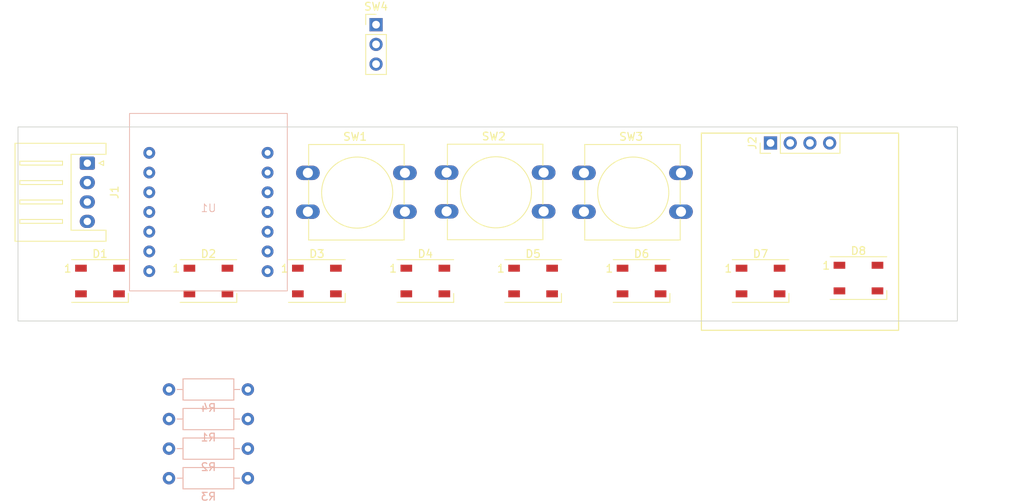
<source format=kicad_pcb>
(kicad_pcb (version 20221018) (generator pcbnew)
  (layers (0 "F.Cu" signal) (31 "B.Cu" signal) (34 "B.Paste" user) (35 "F.Paste" user) (36 "B.SilkS" user "B.Silkscreen") (37 "F.SilkS" user "F.Silkscreen") (38 "B.Mask" user) (39 "F.Mask" user) (44 "Edge.Cuts" user))
  (net 0 "")
  (net 1 "+5V")
  (net 2 "Net-(D1-DOUT)")
  (net 3 "GND")
  (net 4 "WS2812B")
  (net 5 "Net-(D2-DOUT)")
  (net 6 "Net-(D3-DOUT)")
  (net 7 "Net-(D4-DOUT)")
  (net 8 "Net-(D5-DOUT)")
  (net 9 "Net-(D6-DOUT)")
  (net 10 "Net-(D7-DOUT)")
  (net 12 "UART5_RX")
  (net 13 "UART5_TX")
  (net 14 "+3V3")
  (net 15 "I2C_SCL")
  (net 16 "I2C_SDA")
  (net 17 "SW1")
  (net 18 "SW2")
  (net 19 "SW3")
  (net 20 "SW")
  (footprint "LED_SMD:LED_WS2812B_PLCC4_5.0x5.0mm_P3.2mm" (layer "F.Cu") (at 63.5 69.85)
    (fp_text reference "D3" (at 0 -3.5) (layer "F.SilkS"))
    (fp_text value "WS2812B")
    (fp_text user "1" (at -4.15 -1.6) (layer "F.SilkS"))
    (fp_line (start -3.65 -2.75) (end 3.65 -2.75) (stroke (width 0.12)) (layer "F.SilkS"))
    (fp_line (start -3.65 2.75) (end 3.65 2.75) (stroke (width 0.12)) (layer "F.SilkS"))
    (fp_line (start 3.65 2.75) (end 3.65 1.6) (stroke (width 0.12)) (layer "F.SilkS"))
    (pad "1" smd rect (at -2.45 -1.65) (size 1.5 0.9) (layers "F.Cu" "F.Paste" "F.Mask") (net 1 "+5V"))
    (pad "2" smd rect (at -2.45 1.65) (size 1.5 0.9) (layers "F.Cu" "F.Paste" "F.Mask") (net 6 "Net-(D3-DOUT)"))
    (pad "3" smd rect (at 2.45 1.65) (size 1.5 0.9) (layers "F.Cu" "F.Paste" "F.Mask") (net 3 "GND"))
    (pad "4" smd rect (at 2.45 -1.65) (size 1.5 0.9) (layers "F.Cu" "F.Paste" "F.Mask") (net 5 "Net-(D2-DOUT)"))
  )
  (footprint "LED_SMD:LED_WS2812B_PLCC4_5.0x5.0mm_P3.2mm" (layer "F.Cu") (at 77.47 69.85)
    (fp_text reference "D4" (at 0 -3.5) (layer "F.SilkS"))
    (fp_text value "WS2812B")
    (fp_text user "1" (at -4.15 -1.6) (layer "F.SilkS"))
    (fp_line (start -3.65 -2.75) (end 3.65 -2.75) (stroke (width 0.12)) (layer "F.SilkS"))
    (fp_line (start -3.65 2.75) (end 3.65 2.75) (stroke (width 0.12)) (layer "F.SilkS"))
    (fp_line (start 3.65 2.75) (end 3.65 1.6) (stroke (width 0.12)) (layer "F.SilkS"))
    (pad "1" smd rect (at -2.45 -1.65) (size 1.5 0.9) (layers "F.Cu" "F.Paste" "F.Mask") (net 1 "+5V"))
    (pad "2" smd rect (at -2.45 1.65) (size 1.5 0.9) (layers "F.Cu" "F.Paste" "F.Mask") (net 7 "Net-(D4-DOUT)"))
    (pad "3" smd rect (at 2.45 1.65) (size 1.5 0.9) (layers "F.Cu" "F.Paste" "F.Mask") (net 3 "GND"))
    (pad "4" smd rect (at 2.45 -1.65) (size 1.5 0.9) (layers "F.Cu" "F.Paste" "F.Mask") (net 6 "Net-(D3-DOUT)"))
  )
  (footprint "LED_SMD:LED_WS2812B_PLCC4_5.0x5.0mm_P3.2mm" (layer "F.Cu") (at 133.26 69.47)
    (fp_text reference "D8" (at 0 -3.5) (layer "F.SilkS"))
    (fp_text value "WS2812B")
    (fp_text user "1" (at -4.15 -1.6) (layer "F.SilkS"))
    (fp_line (start -3.65 -2.75) (end 3.65 -2.75) (stroke (width 0.12)) (layer "F.SilkS"))
    (fp_line (start -3.65 2.75) (end 3.65 2.75) (stroke (width 0.12)) (layer "F.SilkS"))
    (fp_line (start 3.65 2.75) (end 3.65 1.6) (stroke (width 0.12)) (layer "F.SilkS"))
    (pad "1" smd rect (at -2.45 -1.65) (size 1.5 0.9) (layers "F.Cu" "F.Paste" "F.Mask") (net 1 "+5V"))
    (pad "2" smd rect (at -2.45 1.65) (size 1.5 0.9) (layers "F.Cu" "F.Paste" "F.Mask"))
    (pad "3" smd rect (at 2.45 1.65) (size 1.5 0.9) (layers "F.Cu" "F.Paste" "F.Mask") (net 3 "GND"))
    (pad "4" smd rect (at 2.45 -1.65) (size 1.5 0.9) (layers "F.Cu" "F.Paste" "F.Mask") (net 10 "Net-(D7-DOUT)"))
  )
  (footprint "Button_Switch_THT:SW_PUSH-12mm" (layer "F.Cu") (at 80.21 55.88)
    (fp_text reference "SW2" (at 6.08 -4.66) (layer "F.SilkS"))
    (fp_text value "SW_Push")
    (fp_line (start 0.1 -3.65) (end 12.4 -3.65) (stroke (width 0.12)) (layer "F.SilkS"))
    (fp_line (start 0.1 -0.93) (end 0.1 -3.65) (stroke (width 0.12)) (layer "F.SilkS"))
    (fp_line (start 0.1 4.07) (end 0.1 0.93) (stroke (width 0.12)) (layer "F.SilkS"))
    (fp_line (start 0.1 8.65) (end 0.1 5.93) (stroke (width 0.12)) (layer "F.SilkS"))
    (fp_line (start 12.4 -3.65) (end 12.4 -0.93) (stroke (width 0.12)) (layer "F.SilkS"))
    (fp_line (start 12.4 0.93) (end 12.4 4.07) (stroke (width 0.12)) (layer "F.SilkS"))
    (fp_line (start 12.4 5.93) (end 12.4 8.65) (stroke (width 0.12)) (layer "F.SilkS"))
    (fp_line (start 12.4 8.65) (end 0.1 8.65) (stroke (width 0.12)) (layer "F.SilkS"))
    (fp_circle (center 6.35 2.54) (end 10.16 5.08) (stroke (width 0.12)) (fill none) (layer "F.SilkS"))
    (pad "1" thru_hole oval (at 0 0) (size 3.048 1.85) (drill 1.3) (layers "*.Cu" "*.Mask") (net 18 "SW2"))
    (pad "1" thru_hole oval (at 12.5 0) (size 3.048 1.85) (drill 1.3) (layers "*.Cu" "*.Mask") (net 18 "SW2"))
    (pad "2" thru_hole oval (at 0 5) (size 3.048 1.85) (drill 1.3) (layers "*.Cu" "*.Mask") (net 3 "GND"))
    (pad "2" thru_hole oval (at 12.5 5) (size 3.048 1.85) (drill 1.3) (layers "*.Cu" "*.Mask") (net 3 "GND"))
  )
  (footprint "MountingHole:MountingHole_3.2mm_M3" (layer "F.Cu") (at 133.35 43.18)
    (fp_text reference "REF**" hide)
    (fp_text value "MountingHole_3.2mm_M3" hide)
    (pad "" np_thru_hole circle (at 0 0) (size 3.2 3.2) (drill 3.2) (layers "*.Cu" "*.Mask"))
  )
  (footprint "Connector_JST:JST_XH_S4B-XH-A_1x04_P2.50mm_Horizontal" (layer "F.Cu") (at 33.93 54.67 -90)
    (fp_text reference "J1" (at 3.75 -3.5 -90) (layer "F.SilkS"))
    (fp_text value "ToTop")
    (fp_line (start -2.56 -2.41) (end -1.14 -2.41) (stroke (width 0.12)) (layer "F.SilkS"))
    (fp_line (start -2.56 9.31) (end -2.56 -2.41) (stroke (width 0.12)) (layer "F.SilkS"))
    (fp_line (start -1.14 -2.41) (end -1.14 2.09) (stroke (width 0.12)) (layer "F.SilkS"))
    (fp_line (start -1.14 2.09) (end 3.75 2.09) (stroke (width 0.12)) (layer "F.SilkS"))
    (fp_line (start -0.3 -2.1) (end 0.3 -2.1) (stroke (width 0.12)) (layer "F.SilkS"))
    (fp_line (start -0.25 3.2) (end -0.25 8.7) (stroke (width 0.12)) (layer "F.SilkS"))
    (fp_line (start -0.25 8.7) (end 0.25 8.7) (stroke (width 0.12)) (layer "F.SilkS"))
    (fp_line (start 0 -1.5) (end -0.3 -2.1) (stroke (width 0.12)) (layer "F.SilkS"))
    (fp_line (start 0.25 3.2) (end -0.25 3.2) (stroke (width 0.12)) (layer "F.SilkS"))
    (fp_line (start 0.25 8.7) (end 0.25 3.2) (stroke (width 0.12)) (layer "F.SilkS"))
    (fp_line (start 0.3 -2.1) (end 0 -1.5) (stroke (width 0.12)) (layer "F.SilkS"))
    (fp_line (start 2.25 3.2) (end 2.25 8.7) (stroke (width 0.12)) (layer "F.SilkS"))
    (fp_line (start 2.25 8.7) (end 2.75 8.7) (stroke (width 0.12)) (layer "F.SilkS"))
    (fp_line (start 2.75 3.2) (end 2.25 3.2) (stroke (width 0.12)) (layer "F.SilkS"))
    (fp_line (start 2.75 8.7) (end 2.75 3.2) (stroke (width 0.12)) (layer "F.SilkS"))
    (fp_line (start 3.75 9.31) (end -2.56 9.31) (stroke (width 0.12)) (layer "F.SilkS"))
    (fp_line (start 3.75 9.31) (end 10.06 9.31) (stroke (width 0.12)) (layer "F.SilkS"))
    (fp_line (start 4.75 3.2) (end 4.75 8.7) (stroke (width 0.12)) (layer "F.SilkS"))
    (fp_line (start 4.75 8.7) (end 5.25 8.7) (stroke (width 0.12)) (layer "F.SilkS"))
    (fp_line (start 5.25 3.2) (end 4.75 3.2) (stroke (width 0.12)) (layer "F.SilkS"))
    (fp_line (start 5.25 8.7) (end 5.25 3.2) (stroke (width 0.12)) (layer "F.SilkS"))
    (fp_line (start 7.25 3.2) (end 7.25 8.7) (stroke (width 0.12)) (layer "F.SilkS"))
    (fp_line (start 7.25 8.7) (end 7.75 8.7) (stroke (width 0.12)) (layer "F.SilkS"))
    (fp_line (start 7.75 3.2) (end 7.25 3.2) (stroke (width 0.12)) (layer "F.SilkS"))
    (fp_line (start 7.75 8.7) (end 7.75 3.2) (stroke (width 0.12)) (layer "F.SilkS"))
    (fp_line (start 8.64 -2.41) (end 8.64 2.09) (stroke (width 0.12)) (layer "F.SilkS"))
    (fp_line (start 8.64 2.09) (end 3.75 2.09) (stroke (width 0.12)) (layer "F.SilkS"))
    (fp_line (start 10.06 -2.41) (end 8.64 -2.41) (stroke (width 0.12)) (layer "F.SilkS"))
    (fp_line (start 10.06 9.31) (end 10.06 -2.41) (stroke (width 0.12)) (layer "F.SilkS"))
    (pad "1" thru_hole roundrect (at 0 0 270) (size 1.7 1.95) (drill 0.95) (layers "*.Cu" "*.Mask") (roundrect_rratio 0.147059) (net 1 "+5V"))
    (pad "2" thru_hole oval (at 2.5 0 270) (size 1.7 1.95) (drill 0.95) (layers "*.Cu" "*.Mask") (net 12 "UART5_RX"))
    (pad "3" thru_hole oval (at 5 0 270) (size 1.7 1.95) (drill 0.95) (layers "*.Cu" "*.Mask") (net 13 "UART5_TX"))
    (pad "4" thru_hole oval (at 7.5 0 270) (size 1.7 1.95) (drill 0.95) (layers "*.Cu" "*.Mask") (net 3 "GND"))
  )
  (footprint "LED_SMD:LED_WS2812B_PLCC4_5.0x5.0mm_P3.2mm" (layer "F.Cu") (at 120.65 69.85)
    (fp_text reference "D7" (at 0 -3.5) (layer "F.SilkS"))
    (fp_text value "WS2812B")
    (fp_text user "1" (at -4.15 -1.6) (layer "F.SilkS"))
    (fp_line (start -3.65 -2.75) (end 3.65 -2.75) (stroke (width 0.12)) (layer "F.SilkS"))
    (fp_line (start -3.65 2.75) (end 3.65 2.75) (stroke (width 0.12)) (layer "F.SilkS"))
    (fp_line (start 3.65 2.75) (end 3.65 1.6) (stroke (width 0.12)) (layer "F.SilkS"))
    (pad "1" smd rect (at -2.45 -1.65) (size 1.5 0.9) (layers "F.Cu" "F.Paste" "F.Mask") (net 1 "+5V"))
    (pad "2" smd rect (at -2.45 1.65) (size 1.5 0.9) (layers "F.Cu" "F.Paste" "F.Mask") (net 10 "Net-(D7-DOUT)"))
    (pad "3" smd rect (at 2.45 1.65) (size 1.5 0.9) (layers "F.Cu" "F.Paste" "F.Mask") (net 3 "GND"))
    (pad "4" smd rect (at 2.45 -1.65) (size 1.5 0.9) (layers "F.Cu" "F.Paste" "F.Mask") (net 9 "Net-(D6-DOUT)"))
  )
  (footprint "Button_Switch_THT:SW_PUSH-12mm" (layer "F.Cu") (at 62.34 55.92)
    (fp_text reference "SW1" (at 6.08 -4.66) (layer "F.SilkS"))
    (fp_text value "SW_Push")
    (fp_line (start 0.1 -3.65) (end 12.4 -3.65) (stroke (width 0.12)) (layer "F.SilkS"))
    (fp_line (start 0.1 -0.93) (end 0.1 -3.65) (stroke (width 0.12)) (layer "F.SilkS"))
    (fp_line (start 0.1 4.07) (end 0.1 0.93) (stroke (width 0.12)) (layer "F.SilkS"))
    (fp_line (start 0.1 8.65) (end 0.1 5.93) (stroke (width 0.12)) (layer "F.SilkS"))
    (fp_line (start 12.4 -3.65) (end 12.4 -0.93) (stroke (width 0.12)) (layer "F.SilkS"))
    (fp_line (start 12.4 0.93) (end 12.4 4.07) (stroke (width 0.12)) (layer "F.SilkS"))
    (fp_line (start 12.4 5.93) (end 12.4 8.65) (stroke (width 0.12)) (layer "F.SilkS"))
    (fp_line (start 12.4 8.65) (end 0.1 8.65) (stroke (width 0.12)) (layer "F.SilkS"))
    (fp_circle (center 6.35 2.54) (end 10.16 5.08) (stroke (width 0.12)) (fill none) (layer "F.SilkS"))
    (pad "1" thru_hole oval (at 0 0) (size 3.048 1.85) (drill 1.3) (layers "*.Cu" "*.Mask") (net 17 "SW1"))
    (pad "1" thru_hole oval (at 12.5 0) (size 3.048 1.85) (drill 1.3) (layers "*.Cu" "*.Mask") (net 17 "SW1"))
    (pad "2" thru_hole oval (at 0 5) (size 3.048 1.85) (drill 1.3) (layers "*.Cu" "*.Mask") (net 3 "GND"))
    (pad "2" thru_hole oval (at 12.5 5) (size 3.048 1.85) (drill 1.3) (layers "*.Cu" "*.Mask") (net 3 "GND"))
  )
  (footprint "LED_SMD:LED_WS2812B_PLCC4_5.0x5.0mm_P3.2mm" (layer "F.Cu") (at 105.32 69.85)
    (fp_text reference "D6" (at 0 -3.5) (layer "F.SilkS"))
    (fp_text value "WS2812B")
    (fp_text user "1" (at -4.15 -1.6) (layer "F.SilkS"))
    (fp_line (start -3.65 -2.75) (end 3.65 -2.75) (stroke (width 0.12)) (layer "F.SilkS"))
    (fp_line (start -3.65 2.75) (end 3.65 2.75) (stroke (width 0.12)) (layer "F.SilkS"))
    (fp_line (start 3.65 2.75) (end 3.65 1.6) (stroke (width 0.12)) (layer "F.SilkS"))
    (pad "1" smd rect (at -2.45 -1.65) (size 1.5 0.9) (layers "F.Cu" "F.Paste" "F.Mask") (net 1 "+5V"))
    (pad "2" smd rect (at -2.45 1.65) (size 1.5 0.9) (layers "F.Cu" "F.Paste" "F.Mask") (net 9 "Net-(D6-DOUT)"))
    (pad "3" smd rect (at 2.45 1.65) (size 1.5 0.9) (layers "F.Cu" "F.Paste" "F.Mask") (net 3 "GND"))
    (pad "4" smd rect (at 2.45 -1.65) (size 1.5 0.9) (layers "F.Cu" "F.Paste" "F.Mask") (net 8 "Net-(D5-DOUT)"))
  )
  (footprint "Connector_PinHeader_2.54mm:PinHeader_1x04_P2.54mm_Vertical" (layer "F.Cu") (at 121.93 52.07 90)
    (fp_text reference "J2" (at 0 -2.33 90) (layer "F.SilkS"))
    (fp_text value "SSD1306")
    (fp_line (start -1.33 -1.33) (end 0 -1.33) (stroke (width 0.12)) (layer "F.SilkS"))
    (fp_line (start -1.33 0) (end -1.33 -1.33) (stroke (width 0.12)) (layer "F.SilkS"))
    (fp_line (start -1.33 1.27) (end -1.33 8.95) (stroke (width 0.12)) (layer "F.SilkS"))
    (fp_line (start -1.33 1.27) (end 1.33 1.27) (stroke (width 0.12)) (layer "F.SilkS"))
    (fp_line (start -1.33 8.95) (end 1.33 8.95) (stroke (width 0.12)) (layer "F.SilkS"))
    (fp_line (start 1.33 1.27) (end 1.33 8.95) (stroke (width 0.12)) (layer "F.SilkS"))
    (pad "1" thru_hole rect (at 0 0 90) (size 1.7 1.7) (drill 1) (layers "*.Cu" "*.Mask") (net 3 "GND"))
    (pad "2" thru_hole oval (at 0 2.54 90) (size 1.7 1.7) (drill 1) (layers "*.Cu" "*.Mask") (net 14 "+3V3"))
    (pad "3" thru_hole oval (at 0 5.08 90) (size 1.7 1.7) (drill 1) (layers "*.Cu" "*.Mask") (net 15 "I2C_SCL"))
    (pad "4" thru_hole oval (at 0 7.62 90) (size 1.7 1.7) (drill 1) (layers "*.Cu" "*.Mask") (net 16 "I2C_SDA"))
  )
  (footprint "LED_SMD:LED_WS2812B_PLCC4_5.0x5.0mm_P3.2mm" (layer "F.Cu") (at 49.53 69.85)
    (fp_text reference "D2" (at 0 -3.5) (layer "F.SilkS"))
    (fp_text value "WS2812B")
    (fp_text user "1" (at -4.15 -1.6) (layer "F.SilkS"))
    (fp_line (start -3.65 -2.75) (end 3.65 -2.75) (stroke (width 0.12)) (layer "F.SilkS"))
    (fp_line (start -3.65 2.75) (end 3.65 2.75) (stroke (width 0.12)) (layer "F.SilkS"))
    (fp_line (start 3.65 2.75) (end 3.65 1.6) (stroke (width 0.12)) (layer "F.SilkS"))
    (pad "1" smd rect (at -2.45 -1.65) (size 1.5 0.9) (layers "F.Cu" "F.Paste" "F.Mask") (net 1 "+5V"))
    (pad "2" smd rect (at -2.45 1.65) (size 1.5 0.9) (layers "F.Cu" "F.Paste" "F.Mask") (net 5 "Net-(D2-DOUT)"))
    (pad "3" smd rect (at 2.45 1.65) (size 1.5 0.9) (layers "F.Cu" "F.Paste" "F.Mask") (net 3 "GND"))
    (pad "4" smd rect (at 2.45 -1.65) (size 1.5 0.9) (layers "F.Cu" "F.Paste" "F.Mask") (net 2 "Net-(D1-DOUT)"))
  )
  (footprint "MountingHole:MountingHole_3.2mm_M3" (layer "F.Cu") (at 151.13 43.18)
    (fp_text reference "REF**" hide)
    (fp_text value "MountingHole_3.2mm_M3" hide)
    (pad "" np_thru_hole circle (at 0 0) (size 3.2 3.2) (drill 3.2) (layers "*.Cu" "*.Mask"))
  )
  (footprint "Connector_PinHeader_2.54mm:PinHeader_1x03_P2.54mm_Vertical" (layer "F.Cu") (at 71.12 36.83)
    (fp_text reference "SW4" (at 0 -2.33) (layer "F.SilkS"))
    (fp_text value "SW_SPDT")
    (fp_line (start -1.33 -1.33) (end 0 -1.33) (stroke (width 0.12)) (layer "F.SilkS"))
    (fp_line (start -1.33 0) (end -1.33 -1.33) (stroke (width 0.12)) (layer "F.SilkS"))
    (fp_line (start -1.33 1.27) (end -1.33 6.41) (stroke (width 0.12)) (layer "F.SilkS"))
    (fp_line (start -1.33 1.27) (end 1.33 1.27) (stroke (width 0.12)) (layer "F.SilkS"))
    (fp_line (start -1.33 6.41) (end 1.33 6.41) (stroke (width 0.12)) (layer "F.SilkS"))
    (fp_line (start 1.33 1.27) (end 1.33 6.41) (stroke (width 0.12)) (layer "F.SilkS"))
    (pad "1" thru_hole rect (at 0 0) (size 1.7 1.7) (drill 1) (layers "*.Cu" "*.Mask") (net 3 "GND"))
    (pad "2" thru_hole oval (at 0 2.54) (size 1.7 1.7) (drill 1) (layers "*.Cu" "*.Mask") (net 20 "SW"))
    (pad "3" thru_hole oval (at 0 5.08) (size 1.7 1.7) (drill 1) (layers "*.Cu" "*.Mask"))
  )
  (footprint "LED_SMD:LED_WS2812B_PLCC4_5.0x5.0mm_P3.2mm" (layer "F.Cu") (at 35.56 69.85)
    (fp_text reference "D1" (at 0 -3.5) (layer "F.SilkS"))
    (fp_text value "WS2812B")
    (fp_text user "1" (at -4.15 -1.6) (layer "F.SilkS"))
    (fp_line (start -3.65 -2.75) (end 3.65 -2.75) (stroke (width 0.12)) (layer "F.SilkS"))
    (fp_line (start -3.65 2.75) (end 3.65 2.75) (stroke (width 0.12)) (layer "F.SilkS"))
    (fp_line (start 3.65 2.75) (end 3.65 1.6) (stroke (width 0.12)) (layer "F.SilkS"))
    (pad "1" smd rect (at -2.45 -1.65) (size 1.5 0.9) (layers "F.Cu" "F.Paste" "F.Mask") (net 1 "+5V"))
    (pad "2" smd rect (at -2.45 1.65) (size 1.5 0.9) (layers "F.Cu" "F.Paste" "F.Mask") (net 2 "Net-(D1-DOUT)"))
    (pad "3" smd rect (at 2.45 1.65) (size 1.5 0.9) (layers "F.Cu" "F.Paste" "F.Mask") (net 3 "GND"))
    (pad "4" smd rect (at 2.45 -1.65) (size 1.5 0.9) (layers "F.Cu" "F.Paste" "F.Mask") (net 4 "WS2812B"))
  )
  (footprint "LED_SMD:LED_WS2812B_PLCC4_5.0x5.0mm_P3.2mm" (layer "F.Cu") (at 91.35 69.85)
    (fp_text reference "D5" (at 0 -3.5) (layer "F.SilkS"))
    (fp_text value "WS2812B")
    (fp_text user "1" (at -4.15 -1.6) (layer "F.SilkS"))
    (fp_line (start -3.65 -2.75) (end 3.65 -2.75) (stroke (width 0.12)) (layer "F.SilkS"))
    (fp_line (start -3.65 2.75) (end 3.65 2.75) (stroke (width 0.12)) (layer "F.SilkS"))
    (fp_line (start 3.65 2.75) (end 3.65 1.6) (stroke (width 0.12)) (layer "F.SilkS"))
    (pad "1" smd rect (at -2.45 -1.65) (size 1.5 0.9) (layers "F.Cu" "F.Paste" "F.Mask") (net 1 "+5V"))
    (pad "2" smd rect (at -2.45 1.65) (size 1.5 0.9) (layers "F.Cu" "F.Paste" "F.Mask") (net 8 "Net-(D5-DOUT)"))
    (pad "3" smd rect (at 2.45 1.65) (size 1.5 0.9) (layers "F.Cu" "F.Paste" "F.Mask") (net 3 "GND"))
    (pad "4" smd rect (at 2.45 -1.65) (size 1.5 0.9) (layers "F.Cu" "F.Paste" "F.Mask") (net 7 "Net-(D4-DOUT)"))
  )
  (footprint "Button_Switch_THT:SW_PUSH-12mm" (layer "F.Cu") (at 97.9 55.92)
    (fp_text reference "SW3" (at 6.08 -4.66) (layer "F.SilkS"))
    (fp_text value "SW_Push")
    (fp_line (start 0.1 -3.65) (end 12.4 -3.65) (stroke (width 0.12)) (layer "F.SilkS"))
    (fp_line (start 0.1 -0.93) (end 0.1 -3.65) (stroke (width 0.12)) (layer "F.SilkS"))
    (fp_line (start 0.1 4.07) (end 0.1 0.93) (stroke (width 0.12)) (layer "F.SilkS"))
    (fp_line (start 0.1 8.65) (end 0.1 5.93) (stroke (width 0.12)) (layer "F.SilkS"))
    (fp_line (start 12.4 -3.65) (end 12.4 -0.93) (stroke (width 0.12)) (layer "F.SilkS"))
    (fp_line (start 12.4 0.93) (end 12.4 4.07) (stroke (width 0.12)) (layer "F.SilkS"))
    (fp_line (start 12.4 5.93) (end 12.4 8.65) (stroke (width 0.12)) (layer "F.SilkS"))
    (fp_line (start 12.4 8.65) (end 0.1 8.65) (stroke (width 0.12)) (layer "F.SilkS"))
    (fp_circle (center 6.35 2.54) (end 10.16 5.08) (stroke (width 0.12)) (fill none) (layer "F.SilkS"))
    (pad "1" thru_hole oval (at 0 0) (size 3.048 1.85) (drill 1.3) (layers "*.Cu" "*.Mask") (net 19 "SW3"))
    (pad "1" thru_hole oval (at 12.5 0) (size 3.048 1.85) (drill 1.3) (layers "*.Cu" "*.Mask") (net 19 "SW3"))
    (pad "2" thru_hole oval (at 0 5) (size 3.048 1.85) (drill 1.3) (layers "*.Cu" "*.Mask") (net 3 "GND"))
    (pad "2" thru_hole oval (at 12.5 5) (size 3.048 1.85) (drill 1.3) (layers "*.Cu" "*.Mask") (net 3 "GND"))
  )
  (footprint "XIAO:XIAO_Board" (layer "B.Cu") (at 49.53 60.96 180)
    (fp_text reference "U1" (at 0 0.5 unlocked) (layer "B.SilkS") (effects (font (thickness 0.1)) (justify mirror)))
    (fp_text value "~")
    (fp_rect (start -10.16 12.7) (end 10.16 -10.16) (stroke (width 0.1)) (fill none) (layer "B.SilkS"))
    (pad "1" thru_hole circle (at -7.62 7.62 180) (size 1.524 1.524) (drill 0.762) (layers "*.Cu" "*.Mask"))
    (pad "2" thru_hole circle (at -7.62 5.08 180) (size 1.524 1.524) (drill 0.762) (layers "*.Cu" "*.Mask"))
    (pad "3" thru_hole circle (at -7.62 2.54 180) (size 1.524 1.524) (drill 0.762) (layers "*.Cu" "*.Mask") (net 20 "SW"))
    (pad "4" thru_hole circle (at -7.62 0 180) (size 1.524 1.524) (drill 0.762) (layers "*.Cu" "*.Mask") (net 4 "WS2812B"))
    (pad "5" thru_hole circle (at -7.62 -2.54 180) (size 1.524 1.524) (drill 0.762) (layers "*.Cu" "*.Mask") (net 16 "I2C_SDA"))
    (pad "6" thru_hole circle (at -7.62 -5.08 180) (size 1.524 1.524) (drill 0.762) (layers "*.Cu" "*.Mask") (net 15 "I2C_SCL"))
    (pad "7" thru_hole circle (at -7.62 -7.62 180) (size 1.524 1.524) (drill 0.762) (layers "*.Cu" "*.Mask") (net 12 "UART5_RX"))
    (pad "8" thru_hole circle (at 7.62 -7.62 180) (size 1.524 1.524) (drill 0.762) (layers "*.Cu" "*.Mask") (net 13 "UART5_TX"))
    (pad "9" thru_hole circle (at 7.62 -5.08 180) (size 1.524 1.524) (drill 0.762) (layers "*.Cu" "*.Mask") (net 19 "SW3"))
    (pad "10" thru_hole circle (at 7.62 -2.54 180) (size 1.524 1.524) (drill 0.762) (layers "*.Cu" "*.Mask") (net 18 "SW2"))
    (pad "11" thru_hole circle (at 7.62 0 180) (size 1.524 1.524) (drill 0.762) (layers "*.Cu" "*.Mask") (net 17 "SW1"))
    (pad "12" thru_hole circle (at 7.62 2.54 180) (size 1.524 1.524) (drill 0.762) (layers "*.Cu" "*.Mask") (net 14 "+3V3"))
    (pad "13" thru_hole circle (at 7.62 5.08 180) (size 1.524 1.524) (drill 0.762) (layers "*.Cu" "*.Mask") (net 3 "GND"))
    (pad "14" thru_hole circle (at 7.62 7.62 180) (size 1.524 1.524) (drill 0.762) (layers "*.Cu" "*.Mask") (net 1 "+5V"))
  )
  (footprint "Resistor_THT:R_Axial_DIN0207_L6.3mm_D2.5mm_P10.16mm_Horizontal" (layer "B.Cu") (at 44.45 87.63)
    (fp_text reference "R1" (at 5.08 2.37) (layer "B.SilkS") (effects (justify mirror)))
    (fp_text value "10k")
    (fp_line (start 1.04 0) (end 1.81 0) (stroke (width 0.12)) (layer "B.SilkS"))
    (fp_line (start 1.81 -1.37) (end 8.35 -1.37) (stroke (width 0.12)) (layer "B.SilkS"))
    (fp_line (start 1.81 1.37) (end 1.81 -1.37) (stroke (width 0.12)) (layer "B.SilkS"))
    (fp_line (start 8.35 -1.37) (end 8.35 1.37) (stroke (width 0.12)) (layer "B.SilkS"))
    (fp_line (start 8.35 1.37) (end 1.81 1.37) (stroke (width 0.12)) (layer "B.SilkS"))
    (fp_line (start 9.12 0) (end 8.35 0) (stroke (width 0.12)) (layer "B.SilkS"))
    (pad "1" thru_hole circle (at 0 0) (size 1.6 1.6) (drill 0.8) (layers "*.Cu" "*.Mask") (net 14 "+3V3"))
    (pad "2" thru_hole oval (at 10.16 0) (size 1.6 1.6) (drill 0.8) (layers "*.Cu" "*.Mask") (net 17 "SW1"))
  )
  (footprint "Resistor_THT:R_Axial_DIN0207_L6.3mm_D2.5mm_P10.16mm_Horizontal" (layer "B.Cu") (at 44.45 95.25)
    (fp_text reference "R3" (at 5.08 2.37) (layer "B.SilkS") (effects (justify mirror)))
    (fp_text value "10k")
    (fp_line (start 1.04 0) (end 1.81 0) (stroke (width 0.12)) (layer "B.SilkS"))
    (fp_line (start 1.81 -1.37) (end 8.35 -1.37) (stroke (width 0.12)) (layer "B.SilkS"))
    (fp_line (start 1.81 1.37) (end 1.81 -1.37) (stroke (width 0.12)) (layer "B.SilkS"))
    (fp_line (start 8.35 -1.37) (end 8.35 1.37) (stroke (width 0.12)) (layer "B.SilkS"))
    (fp_line (start 8.35 1.37) (end 1.81 1.37) (stroke (width 0.12)) (layer "B.SilkS"))
    (fp_line (start 9.12 0) (end 8.35 0) (stroke (width 0.12)) (layer "B.SilkS"))
    (pad "1" thru_hole circle (at 0 0) (size 1.6 1.6) (drill 0.8) (layers "*.Cu" "*.Mask") (net 14 "+3V3"))
    (pad "2" thru_hole oval (at 10.16 0) (size 1.6 1.6) (drill 0.8) (layers "*.Cu" "*.Mask") (net 19 "SW3"))
  )
  (footprint "Resistor_THT:R_Axial_DIN0207_L6.3mm_D2.5mm_P10.16mm_Horizontal" (layer "B.Cu") (at 44.45 91.44)
    (fp_text reference "R2" (at 5.08 2.37) (layer "B.SilkS") (effects (justify mirror)))
    (fp_text value "10k")
    (fp_line (start 1.04 0) (end 1.81 0) (stroke (width 0.12)) (layer "B.SilkS"))
    (fp_line (start 1.81 -1.37) (end 8.35 -1.37) (stroke (width 0.12)) (layer "B.SilkS"))
    (fp_line (start 1.81 1.37) (end 1.81 -1.37) (stroke (width 0.12)) (layer "B.SilkS"))
    (fp_line (start 8.35 -1.37) (end 8.35 1.37) (stroke (width 0.12)) (layer "B.SilkS"))
    (fp_line (start 8.35 1.37) (end 1.81 1.37) (stroke (width 0.12)) (layer "B.SilkS"))
    (fp_line (start 9.12 0) (end 8.35 0) (stroke (width 0.12)) (layer "B.SilkS"))
    (pad "1" thru_hole circle (at 0 0) (size 1.6 1.6) (drill 0.8) (layers "*.Cu" "*.Mask") (net 14 "+3V3"))
    (pad "2" thru_hole oval (at 10.16 0) (size 1.6 1.6) (drill 0.8) (layers "*.Cu" "*.Mask") (net 18 "SW2"))
  )
  (footprint "Resistor_THT:R_Axial_DIN0207_L6.3mm_D2.5mm_P10.16mm_Horizontal" (layer "B.Cu") (at 44.45 83.82)
    (fp_text reference "R4" (at 5.08 2.37) (layer "B.SilkS") (effects (justify mirror)))
    (fp_text value "10k")
    (fp_line (start 1.04 0) (end 1.81 0) (stroke (width 0.12)) (layer "B.SilkS"))
    (fp_line (start 1.81 -1.37) (end 8.35 -1.37) (stroke (width 0.12)) (layer "B.SilkS"))
    (fp_line (start 1.81 1.37) (end 1.81 -1.37) (stroke (width 0.12)) (layer "B.SilkS"))
    (fp_line (start 8.35 -1.37) (end 8.35 1.37) (stroke (width 0.12)) (layer "B.SilkS"))
    (fp_line (start 8.35 1.37) (end 1.81 1.37) (stroke (width 0.12)) (layer "B.SilkS"))
    (fp_line (start 9.12 0) (end 8.35 0) (stroke (width 0.12)) (layer "B.SilkS"))
    (pad "1" thru_hole circle (at 0 0) (size 1.6 1.6) (drill 0.8) (layers "*.Cu" "*.Mask") (net 14 "+3V3"))
    (pad "2" thru_hole oval (at 10.16 0) (size 1.6 1.6) (drill 0.8) (layers "*.Cu" "*.Mask") (net 20 "SW"))
  )
  (gr_rect (start 113.03 50.8) (end 138.43 76.2) (stroke (width 0.15)) (fill none) (layer "F.SilkS"))
  (gr_rect (start 25 50) (end 146 75) (stroke (width 0.1)) (fill none) (layer "Edge.Cuts"))
)
</source>
